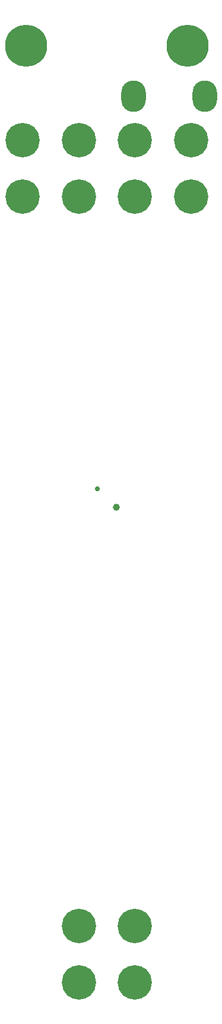
<source format=gbr>
G04 Layer_Color=0*
%FSLAX25Y25*%
%MOIN*%
%TF.FileFunction,NonPlated,1,2,NPTH,Drill*%
%TF.Part,Single*%
G01*
G75*
%TA.AperFunction,OtherDrill,Pad Free-4 (157.48mil,5137.795mil)*%
%ADD150C,0.19291*%
%TA.AperFunction,OtherDrill,Pad Free-5 (472.441mil,5137.795mil)*%
%ADD151C,0.19291*%
%TA.AperFunction,OtherDrill,Pad Free-6 (472.441mil,5452.756mil)*%
%ADD152C,0.19291*%
%TA.AperFunction,OtherDrill,Pad Free-7 (157.48mil,5452.756mil)*%
%ADD153C,0.19291*%
%TA.AperFunction,OtherDrill,Pad Free-4 (-472.441mil,5137.795mil)*%
%ADD154C,0.19291*%
%TA.AperFunction,OtherDrill,Pad Free-5 (-157.48mil,5137.795mil)*%
%ADD155C,0.19291*%
%TA.AperFunction,OtherDrill,Pad Free-6 (-157.48mil,5452.756mil)*%
%ADD156C,0.19291*%
%TA.AperFunction,OtherDrill,Pad Free-7 (-472.441mil,5452.756mil)*%
%ADD157C,0.19291*%
%TA.AperFunction,OtherDrill,Pad Free-7 (-157.48mil,1043.307mil)*%
%ADD158C,0.19291*%
%TA.AperFunction,OtherDrill,Pad Free-6 (157.48mil,1043.307mil)*%
%ADD159C,0.19291*%
%TA.AperFunction,OtherDrill,Pad Free-5 (157.48mil,726.378mil)*%
%ADD160C,0.19291*%
%TA.AperFunction,OtherDrill,Pad Free-4 (-157.48mil,726.378mil)*%
%ADD161C,0.19291*%
%TA.AperFunction,OtherDrill,Pad Free-0 (-452.756mil,5984.252mil)*%
%ADD162C,0.23622*%
%TA.AperFunction,OtherDrill,Pad Free-0 (452.756mil,5984.252mil)*%
%ADD163C,0.23622*%
%TA.AperFunction,OtherDrill,Free Pad (549mil,5700mil)*%
%ADD164O,0.13780X0.17716*%
%TA.AperFunction,OtherDrill,Free Pad (149mil,5701mil)*%
%ADD165O,0.13780X0.17716*%
%TA.AperFunction,ComponentDrill*%
%ADD166C,0.03937*%
%ADD167C,0.02756*%
D150*
X15748Y513779D02*
D03*
D151*
X47244D02*
D03*
D152*
Y545276D02*
D03*
D153*
X15748D02*
D03*
D154*
X-47244Y513779D02*
D03*
D155*
X-15748D02*
D03*
D156*
Y545276D02*
D03*
D157*
X-47244D02*
D03*
D158*
X-15748Y104331D02*
D03*
D159*
X15748D02*
D03*
D160*
Y72638D02*
D03*
D161*
X-15748D02*
D03*
D162*
X-45276Y598425D02*
D03*
D163*
X45276D02*
D03*
D164*
X54900Y570000D02*
D03*
D165*
X14900Y570100D02*
D03*
D166*
X5289Y339199D02*
D03*
D167*
X-5289Y349778D02*
D03*
%TF.MD5,89e3c0d28cb9d3dc5fe8b007aebae392*%
M02*

</source>
